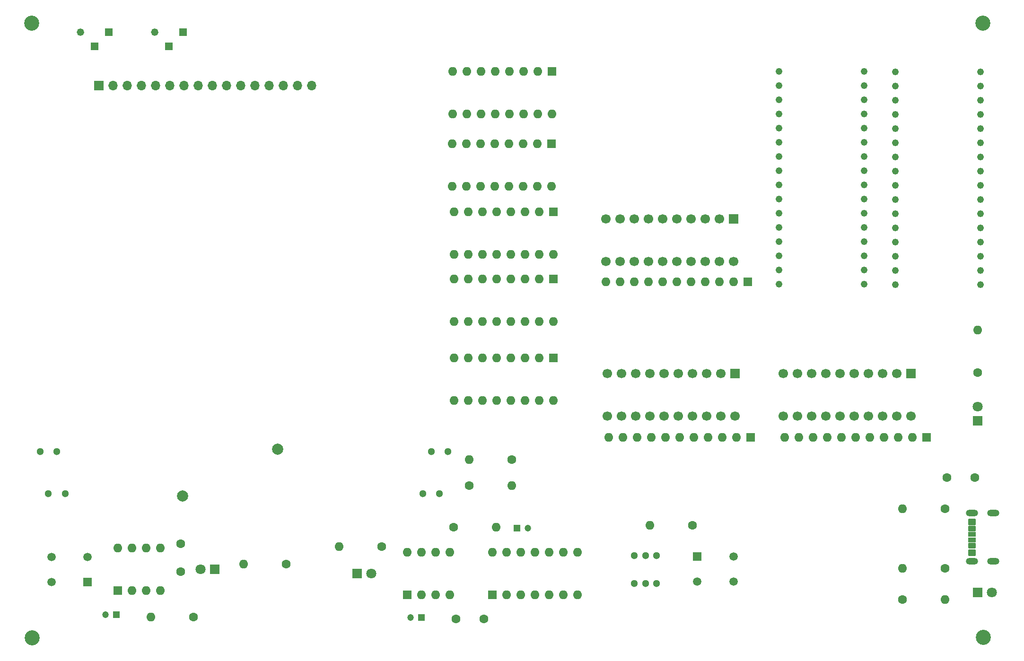
<source format=gts>
%TF.GenerationSoftware,KiCad,Pcbnew,7.0.10*%
%TF.CreationDate,2024-03-21T10:58:21-07:00*%
%TF.ProjectId,cpu,6370752e-6b69-4636-9164-5f7063625858,1.1*%
%TF.SameCoordinates,Original*%
%TF.FileFunction,Soldermask,Top*%
%TF.FilePolarity,Negative*%
%FSLAX46Y46*%
G04 Gerber Fmt 4.6, Leading zero omitted, Abs format (unit mm)*
G04 Created by KiCad (PCBNEW 7.0.10) date 2024-03-21 10:58:21*
%MOMM*%
%LPD*%
G01*
G04 APERTURE LIST*
G04 Aperture macros list*
%AMRoundRect*
0 Rectangle with rounded corners*
0 $1 Rounding radius*
0 $2 $3 $4 $5 $6 $7 $8 $9 X,Y pos of 4 corners*
0 Add a 4 corners polygon primitive as box body*
4,1,4,$2,$3,$4,$5,$6,$7,$8,$9,$2,$3,0*
0 Add four circle primitives for the rounded corners*
1,1,$1+$1,$2,$3*
1,1,$1+$1,$4,$5*
1,1,$1+$1,$6,$7*
1,1,$1+$1,$8,$9*
0 Add four rect primitives between the rounded corners*
20,1,$1+$1,$2,$3,$4,$5,0*
20,1,$1+$1,$4,$5,$6,$7,0*
20,1,$1+$1,$6,$7,$8,$9,0*
20,1,$1+$1,$8,$9,$2,$3,0*%
G04 Aperture macros list end*
%ADD10C,1.600000*%
%ADD11C,1.300000*%
%ADD12R,1.600000X1.600000*%
%ADD13O,1.600000X1.600000*%
%ADD14C,1.320800*%
%ADD15R,1.320800X1.320800*%
%ADD16C,2.700000*%
%ADD17C,1.244600*%
%ADD18RoundRect,0.102000X0.575000X0.350000X-0.575000X0.350000X-0.575000X-0.350000X0.575000X-0.350000X0*%
%ADD19RoundRect,0.102000X0.575000X0.400000X-0.575000X0.400000X-0.575000X-0.400000X0.575000X-0.400000X0*%
%ADD20RoundRect,0.102000X0.575000X0.450000X-0.575000X0.450000X-0.575000X-0.450000X0.575000X-0.450000X0*%
%ADD21O,2.204000X1.204000*%
%ADD22R,1.700000X1.700000*%
%ADD23C,1.700000*%
%ADD24R,1.800000X1.800000*%
%ADD25C,1.800000*%
%ADD26R,1.200000X1.200000*%
%ADD27C,1.200000*%
%ADD28R,1.508000X1.508000*%
%ADD29C,1.508000*%
%ADD30O,1.700000X1.700000*%
%ADD31C,2.000000*%
G04 APERTURE END LIST*
D10*
%TO.C,C6*%
X215347000Y-111508000D03*
X210347000Y-111508000D03*
%TD*%
D11*
%TO.C,SW1*%
X154390000Y-130430000D03*
X156390000Y-130430000D03*
X158390000Y-130430000D03*
X154390000Y-125430000D03*
X156390000Y-125430000D03*
X158390000Y-125430000D03*
%TD*%
D12*
%TO.C,U8*%
X139954000Y-90043000D03*
D13*
X137414000Y-90043000D03*
X134874000Y-90043000D03*
X132334000Y-90043000D03*
X129794000Y-90043000D03*
X127254000Y-90043000D03*
X124714000Y-90043000D03*
X122174000Y-90043000D03*
X122174000Y-97663000D03*
X124714000Y-97663000D03*
X127254000Y-97663000D03*
X129794000Y-97663000D03*
X132334000Y-97663000D03*
X134874000Y-97663000D03*
X137414000Y-97663000D03*
X139954000Y-97663000D03*
%TD*%
D10*
%TO.C,R5*%
X132486400Y-108254800D03*
D13*
X124866400Y-108254800D03*
%TD*%
D12*
%TO.C,U6*%
X139954000Y-63881000D03*
D13*
X137414000Y-63881000D03*
X134874000Y-63881000D03*
X132334000Y-63881000D03*
X129794000Y-63881000D03*
X127254000Y-63881000D03*
X124714000Y-63881000D03*
X122174000Y-63881000D03*
X122174000Y-71501000D03*
X124714000Y-71501000D03*
X127254000Y-71501000D03*
X129794000Y-71501000D03*
X132334000Y-71501000D03*
X134874000Y-71501000D03*
X137414000Y-71501000D03*
X139954000Y-71501000D03*
%TD*%
D10*
%TO.C,R11*%
X210053000Y-127764000D03*
D13*
X202433000Y-127764000D03*
%TD*%
D10*
%TO.C,R3*%
X164840000Y-120050000D03*
D13*
X157220000Y-120050000D03*
%TD*%
D14*
%TO.C,RV2*%
X55245000Y-31750000D03*
D15*
X57785000Y-34290000D03*
X60325000Y-31750000D03*
%TD*%
D16*
%TO.C,H3*%
X46640000Y-140180000D03*
%TD*%
D10*
%TO.C,R8*%
X122080000Y-120430000D03*
D13*
X129700000Y-120430000D03*
%TD*%
D17*
%TO.C,U10*%
X216408000Y-76962000D03*
X216408000Y-74422000D03*
X216408000Y-71882000D03*
X216408000Y-69342000D03*
X216408000Y-66802000D03*
X216408000Y-64262000D03*
X216408000Y-61722000D03*
X216408000Y-59182000D03*
X216408000Y-56642000D03*
X216408000Y-54102000D03*
X216408000Y-51562000D03*
X216408000Y-49022000D03*
X216408000Y-46482000D03*
X216408000Y-43942000D03*
X216408000Y-41402000D03*
X216408000Y-38862000D03*
X201168000Y-38862000D03*
X201168000Y-41402000D03*
X201168000Y-43942000D03*
X201168000Y-46482000D03*
X201168000Y-49022000D03*
X201168000Y-51562000D03*
X201168000Y-54102000D03*
X201168000Y-56642000D03*
X201168000Y-59182000D03*
X201168000Y-61722000D03*
X201168000Y-64262000D03*
X201168000Y-66802000D03*
X201168000Y-69342000D03*
X201168000Y-71882000D03*
X201168000Y-74422000D03*
X201168000Y-76962000D03*
%TD*%
D18*
%TO.C,J2*%
X214879000Y-122672000D03*
D19*
X214879000Y-120652000D03*
D20*
X214879000Y-119422000D03*
D18*
X214879000Y-121672000D03*
D19*
X214879000Y-123692000D03*
D20*
X214879000Y-124922000D03*
D21*
X214884000Y-126492000D03*
X214884000Y-117852000D03*
X218684000Y-126492000D03*
X218684000Y-117852000D03*
%TD*%
D10*
%TO.C,R2*%
X92075000Y-127000000D03*
D13*
X84455000Y-127000000D03*
%TD*%
D12*
%TO.C,RN3*%
X174752000Y-76454000D03*
D13*
X172212000Y-76454000D03*
X169672000Y-76454000D03*
X167132000Y-76454000D03*
X164592000Y-76454000D03*
X162052000Y-76454000D03*
X159512000Y-76454000D03*
X156972000Y-76454000D03*
X154432000Y-76454000D03*
X151892000Y-76454000D03*
X149352000Y-76454000D03*
%TD*%
D12*
%TO.C,U2*%
X129032000Y-132461000D03*
D13*
X131572000Y-132461000D03*
X134112000Y-132461000D03*
X136652000Y-132461000D03*
X139192000Y-132461000D03*
X141732000Y-132461000D03*
X144272000Y-132461000D03*
X144272000Y-124841000D03*
X141732000Y-124841000D03*
X139192000Y-124841000D03*
X136652000Y-124841000D03*
X134112000Y-124841000D03*
X131572000Y-124841000D03*
X129032000Y-124841000D03*
%TD*%
D22*
%TO.C,D4*%
X172466000Y-92837000D03*
D23*
X169926000Y-92837000D03*
X167386000Y-92837000D03*
X164846000Y-92837000D03*
X162306000Y-92837000D03*
X159766000Y-92837000D03*
X157226000Y-92837000D03*
X154686000Y-92837000D03*
X152146000Y-92837000D03*
X149606000Y-92837000D03*
X149606000Y-100457000D03*
X152146000Y-100457000D03*
X154686000Y-100457000D03*
X157226000Y-100457000D03*
X159766000Y-100457000D03*
X162306000Y-100457000D03*
X164846000Y-100457000D03*
X167386000Y-100457000D03*
X169926000Y-100457000D03*
X172466000Y-100457000D03*
%TD*%
D24*
%TO.C,D1*%
X79300000Y-127935000D03*
D25*
X76760000Y-127935000D03*
%TD*%
D12*
%TO.C,U4*%
X139700000Y-38735000D03*
D13*
X137160000Y-38735000D03*
X134620000Y-38735000D03*
X132080000Y-38735000D03*
X129540000Y-38735000D03*
X127000000Y-38735000D03*
X124460000Y-38735000D03*
X121920000Y-38735000D03*
X121920000Y-46355000D03*
X124460000Y-46355000D03*
X127000000Y-46355000D03*
X129540000Y-46355000D03*
X132080000Y-46355000D03*
X134620000Y-46355000D03*
X137160000Y-46355000D03*
X139700000Y-46355000D03*
%TD*%
D16*
%TO.C,H4*%
X216890000Y-140130000D03*
%TD*%
D24*
%TO.C,D2*%
X215900000Y-101351000D03*
D25*
X215900000Y-98811000D03*
%TD*%
D12*
%TO.C,U1*%
X61976000Y-131735000D03*
D13*
X64516000Y-131735000D03*
X67056000Y-131735000D03*
X69596000Y-131735000D03*
X69596000Y-124115000D03*
X67056000Y-124115000D03*
X64516000Y-124115000D03*
X61976000Y-124115000D03*
%TD*%
D16*
%TO.C,H1*%
X46570000Y-30100000D03*
%TD*%
D10*
%TO.C,R7*%
X215900000Y-92710000D03*
D13*
X215900000Y-85090000D03*
%TD*%
D12*
%TO.C,U7*%
X139954000Y-75946000D03*
D13*
X137414000Y-75946000D03*
X134874000Y-75946000D03*
X132334000Y-75946000D03*
X129794000Y-75946000D03*
X127254000Y-75946000D03*
X124714000Y-75946000D03*
X122174000Y-75946000D03*
X122174000Y-83566000D03*
X124714000Y-83566000D03*
X127254000Y-83566000D03*
X129794000Y-83566000D03*
X132334000Y-83566000D03*
X134874000Y-83566000D03*
X137414000Y-83566000D03*
X139954000Y-83566000D03*
%TD*%
D12*
%TO.C,RN2*%
X206742000Y-104267000D03*
D13*
X204202000Y-104267000D03*
X201662000Y-104267000D03*
X199122000Y-104267000D03*
X196582000Y-104267000D03*
X194042000Y-104267000D03*
X191502000Y-104267000D03*
X188962000Y-104267000D03*
X186422000Y-104267000D03*
X183882000Y-104267000D03*
X181342000Y-104267000D03*
%TD*%
D26*
%TO.C,C3*%
X116332000Y-136525000D03*
D27*
X114332000Y-136525000D03*
%TD*%
D10*
%TO.C,R1*%
X75490000Y-136480000D03*
D13*
X67870000Y-136480000D03*
%TD*%
D28*
%TO.C,S1*%
X56550000Y-130230000D03*
D29*
X50050000Y-130230000D03*
X56550000Y-125730000D03*
X50050000Y-125730000D03*
%TD*%
D22*
%TO.C,D5*%
X203962000Y-92837000D03*
D23*
X201422000Y-92837000D03*
X198882000Y-92837000D03*
X196342000Y-92837000D03*
X193802000Y-92837000D03*
X191262000Y-92837000D03*
X188722000Y-92837000D03*
X186182000Y-92837000D03*
X183642000Y-92837000D03*
X181102000Y-92837000D03*
X181102000Y-100457000D03*
X183642000Y-100457000D03*
X186182000Y-100457000D03*
X188722000Y-100457000D03*
X191262000Y-100457000D03*
X193802000Y-100457000D03*
X196342000Y-100457000D03*
X198882000Y-100457000D03*
X201422000Y-100457000D03*
X203962000Y-100457000D03*
%TD*%
D10*
%TO.C,C2*%
X73210000Y-123380000D03*
X73210000Y-128380000D03*
%TD*%
%TO.C,R4*%
X124870000Y-112950000D03*
D13*
X132490000Y-112950000D03*
%TD*%
D10*
%TO.C,R9*%
X109220000Y-123825000D03*
D13*
X101600000Y-123825000D03*
%TD*%
D22*
%TO.C,J1*%
X58547000Y-41275000D03*
D30*
X61087000Y-41275000D03*
X63627000Y-41275000D03*
X66167000Y-41275000D03*
X68707000Y-41275000D03*
X71247000Y-41275000D03*
X73787000Y-41275000D03*
X76327000Y-41275000D03*
X78867000Y-41275000D03*
X81407000Y-41275000D03*
X83947000Y-41275000D03*
X86487000Y-41275000D03*
X89027000Y-41275000D03*
X91567000Y-41275000D03*
X94107000Y-41275000D03*
X96647000Y-41275000D03*
%TD*%
D24*
%TO.C,D3*%
X104775000Y-128661000D03*
D25*
X107315000Y-128661000D03*
%TD*%
D14*
%TO.C,RV3*%
X68580000Y-31714616D03*
D15*
X71120000Y-34254616D03*
X73660000Y-31714616D03*
%TD*%
D10*
%TO.C,C4*%
X122440000Y-136840000D03*
X127440000Y-136840000D03*
%TD*%
D12*
%TO.C,RN1*%
X175260000Y-104267000D03*
D13*
X172720000Y-104267000D03*
X170180000Y-104267000D03*
X167640000Y-104267000D03*
X165100000Y-104267000D03*
X162560000Y-104267000D03*
X160020000Y-104267000D03*
X157480000Y-104267000D03*
X154940000Y-104267000D03*
X152400000Y-104267000D03*
X149860000Y-104267000D03*
%TD*%
D26*
%TO.C,C5*%
X133355000Y-120533000D03*
D27*
X135355000Y-120533000D03*
%TD*%
D12*
%TO.C,U3*%
X113745000Y-132471000D03*
D13*
X116285000Y-132471000D03*
X118825000Y-132471000D03*
X121365000Y-132471000D03*
X121365000Y-124851000D03*
X118825000Y-124851000D03*
X116285000Y-124851000D03*
X113745000Y-124851000D03*
%TD*%
D22*
%TO.C,D6*%
X172212000Y-65151000D03*
D23*
X169672000Y-65151000D03*
X167132000Y-65151000D03*
X164592000Y-65151000D03*
X162052000Y-65151000D03*
X159512000Y-65151000D03*
X156972000Y-65151000D03*
X154432000Y-65151000D03*
X151892000Y-65151000D03*
X149352000Y-65151000D03*
X149352000Y-72771000D03*
X151892000Y-72771000D03*
X154432000Y-72771000D03*
X156972000Y-72771000D03*
X159512000Y-72771000D03*
X162052000Y-72771000D03*
X164592000Y-72771000D03*
X167132000Y-72771000D03*
X169672000Y-72771000D03*
X172212000Y-72771000D03*
%TD*%
D16*
%TO.C,H2*%
X216830000Y-30130000D03*
%TD*%
D10*
%TO.C,R6*%
X202433000Y-133352000D03*
D13*
X210053000Y-133352000D03*
%TD*%
D24*
%TO.C,D7*%
X215900000Y-132080000D03*
D25*
X218440000Y-132080000D03*
%TD*%
D28*
%TO.C,S2*%
X165670000Y-125650000D03*
D29*
X172170000Y-125650000D03*
X165670000Y-130150000D03*
X172170000Y-130150000D03*
%TD*%
D17*
%TO.C,U9*%
X195580000Y-76835000D03*
X195580000Y-74295000D03*
X195580000Y-71755000D03*
X195580000Y-69215000D03*
X195580000Y-66675000D03*
X195580000Y-64135000D03*
X195580000Y-61595000D03*
X195580000Y-59055000D03*
X195580000Y-56515000D03*
X195580000Y-53975000D03*
X195580000Y-51435000D03*
X195580000Y-48895000D03*
X195580000Y-46355000D03*
X195580000Y-43815000D03*
X195580000Y-41275000D03*
X195580000Y-38735000D03*
X180340000Y-38735000D03*
X180340000Y-41275000D03*
X180340000Y-43815000D03*
X180340000Y-46355000D03*
X180340000Y-48895000D03*
X180340000Y-51435000D03*
X180340000Y-53975000D03*
X180340000Y-56515000D03*
X180340000Y-59055000D03*
X180340000Y-61595000D03*
X180340000Y-64135000D03*
X180340000Y-66675000D03*
X180340000Y-69215000D03*
X180340000Y-71755000D03*
X180340000Y-74295000D03*
X180340000Y-76835000D03*
%TD*%
D11*
%TO.C,RV1*%
X121031000Y-106863000D03*
X118031000Y-106863000D03*
X48031000Y-106863000D03*
X51031000Y-106863000D03*
X119531000Y-114363000D03*
X116531000Y-114363000D03*
X49531000Y-114363000D03*
X52531000Y-114363000D03*
D31*
X73531000Y-114813000D03*
X90531000Y-106413000D03*
%TD*%
D10*
%TO.C,R10*%
X210053000Y-117096000D03*
D13*
X202433000Y-117096000D03*
%TD*%
D26*
%TO.C,C1*%
X61722000Y-136053000D03*
D27*
X59722000Y-136053000D03*
%TD*%
D12*
%TO.C,U5*%
X139573000Y-51689000D03*
D13*
X137033000Y-51689000D03*
X134493000Y-51689000D03*
X131953000Y-51689000D03*
X129413000Y-51689000D03*
X126873000Y-51689000D03*
X124333000Y-51689000D03*
X121793000Y-51689000D03*
X121793000Y-59309000D03*
X124333000Y-59309000D03*
X126873000Y-59309000D03*
X129413000Y-59309000D03*
X131953000Y-59309000D03*
X134493000Y-59309000D03*
X137033000Y-59309000D03*
X139573000Y-59309000D03*
%TD*%
M02*

</source>
